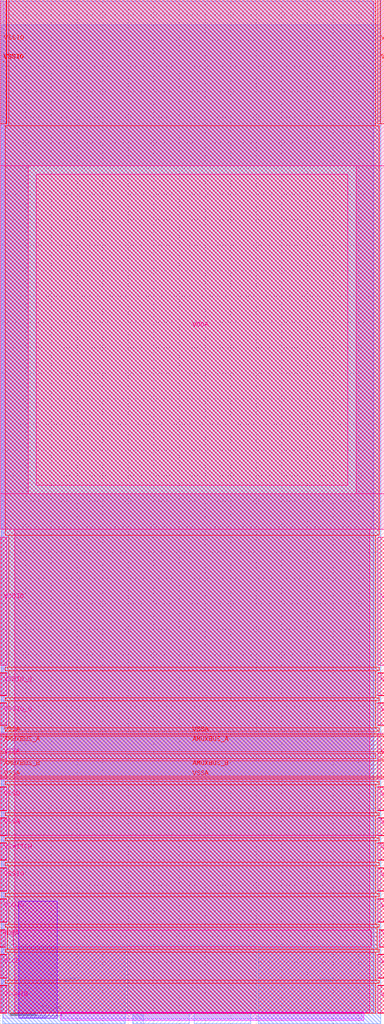
<source format=lef>
VERSION 5.7 ;
  NOWIREEXTENSIONATPIN ON ;
  DIVIDERCHAR "/" ;
  BUSBITCHARS "[]" ;
MACRO sky130_ef_io__vdda_hvc_clamped_pad
  CLASS PAD POWER ;
  FOREIGN sky130_ef_io__vdda_hvc_clamped_pad ;
  ORIGIN 0.000 0.000 ;
  SIZE 75.000 BY 197.965 ;
  PIN AMUXBUS_A
    DIRECTION INOUT ;
    USE SIGNAL ;
    PORT
      LAYER met4 ;
        RECT 0.000 51.090 75.000 54.070 ;
    END
    PORT
      LAYER met4 ;
        RECT 0.000 51.090 1.270 54.070 ;
    END
  END AMUXBUS_A
  PIN AMUXBUS_B
    DIRECTION INOUT ;
    USE SIGNAL ;
    PORT
      LAYER met4 ;
        RECT 0.000 46.330 75.000 49.310 ;
    END
    PORT
      LAYER met4 ;
        RECT 0.000 46.330 1.270 49.310 ;
    END
  END AMUXBUS_B
  PIN VSSA
    DIRECTION INOUT ;
    USE GROUND ;
    PORT
      LAYER met5 ;
        RECT 73.730 45.700 75.000 54.700 ;
    END
    PORT
      LAYER met5 ;
        RECT 73.730 34.805 75.000 38.050 ;
    END
    PORT
      LAYER met5 ;
        RECT 0.000 45.700 1.270 54.700 ;
    END
    PORT
      LAYER met5 ;
        RECT 0.000 34.805 1.270 38.050 ;
    END
    PORT
      LAYER met4 ;
        RECT 73.730 49.610 75.000 50.790 ;
    END
    PORT
      LAYER met4 ;
        RECT 0.000 54.370 75.000 54.700 ;
    END
    PORT
      LAYER met4 ;
        RECT 0.000 45.700 75.000 46.030 ;
    END
    PORT
      LAYER met4 ;
        RECT 73.730 34.700 75.000 38.150 ;
    END
    PORT
      LAYER met4 ;
        RECT 0.000 45.700 1.270 46.030 ;
    END
    PORT
      LAYER met4 ;
        RECT 0.000 49.610 1.270 50.790 ;
    END
    PORT
      LAYER met4 ;
        RECT 0.000 54.370 1.270 54.700 ;
    END
    PORT
      LAYER met4 ;
        RECT 0.000 34.700 1.270 38.150 ;
    END
  END VSSA
  PIN VDDA
    DIRECTION INOUT ;
    USE POWER ;
    PORT
      LAYER met5 ;
        RECT 7.050 103.085 67.890 163.910 ;
    END
    PORT
      LAYER met3 ;
        RECT 50.390 -2.035 74.290 12.925 ;
    END
    PORT
      LAYER met3 ;
        RECT 0.495 -2.035 24.395 12.925 ;
    END
    PORT
      LAYER met5 ;
        RECT 74.035 13.000 75.000 16.250 ;
    END
    PORT
      LAYER met5 ;
        RECT 0.000 13.000 0.965 16.250 ;
    END
    PORT
      LAYER met4 ;
        RECT 74.035 12.900 75.000 16.350 ;
    END
    PORT
      LAYER met4 ;
        RECT 0.000 12.900 0.965 16.350 ;
    END
  END VDDA
  PIN VSWITCH
    DIRECTION INOUT ;
    USE POWER ;
    PORT
      LAYER met5 ;
        RECT 73.730 29.950 75.000 33.200 ;
    END
    PORT
      LAYER met5 ;
        RECT 0.000 29.950 1.270 33.200 ;
    END
    PORT
      LAYER met4 ;
        RECT 73.730 29.850 75.000 33.300 ;
    END
    PORT
      LAYER met4 ;
        RECT 0.000 29.850 1.270 33.300 ;
    END
  END VSWITCH
  PIN VDDIO_Q
    DIRECTION INOUT ;
    USE POWER ;
    PORT
      LAYER met5 ;
        RECT 73.730 62.150 75.000 66.400 ;
    END
    PORT
      LAYER met5 ;
        RECT 0.000 62.150 1.270 66.400 ;
    END
    PORT
      LAYER met4 ;
        RECT 73.730 62.050 75.000 66.500 ;
    END
    PORT
      LAYER met4 ;
        RECT 0.000 62.050 1.270 66.500 ;
    END
  END VDDIO_Q
  PIN VCCHIB
    DIRECTION INOUT ;
    USE POWER ;
    PORT
      LAYER met5 ;
        RECT 73.730 0.100 75.000 5.350 ;
    END
    PORT
      LAYER met5 ;
        RECT 0.000 0.100 1.270 5.350 ;
    END
    PORT
      LAYER met4 ;
        RECT 73.730 0.000 75.000 5.450 ;
    END
    PORT
      LAYER met4 ;
        RECT 0.000 0.000 1.270 5.450 ;
    END
  END VCCHIB
  PIN VDDIO
    DIRECTION INOUT ;
    USE POWER ;
    PORT
      LAYER met5 ;
        RECT 73.730 68.000 75.000 92.950 ;
    END
    PORT
      LAYER met5 ;
        RECT 73.730 17.850 75.000 22.300 ;
    END
    PORT
      LAYER met5 ;
        RECT 0.000 68.000 1.270 92.950 ;
    END
    PORT
      LAYER met5 ;
        RECT 0.000 17.850 1.270 22.300 ;
    END
    PORT
      LAYER met4 ;
        RECT 73.730 17.750 75.000 22.400 ;
    END
    PORT
      LAYER met4 ;
        RECT 73.730 68.000 75.000 92.965 ;
    END
    PORT
      LAYER met4 ;
        RECT 0.000 17.750 1.270 22.400 ;
    END
    PORT
      LAYER met4 ;
        RECT 0.000 68.000 1.270 92.965 ;
    END
  END VDDIO
  PIN VCCD
    DIRECTION INOUT ;
    USE POWER ;
    PORT
      LAYER met5 ;
        RECT 73.730 6.950 75.000 11.400 ;
    END
    PORT
      LAYER met5 ;
        RECT 0.000 6.950 1.270 11.400 ;
    END
    PORT
      LAYER met4 ;
        RECT 73.730 6.850 75.000 11.500 ;
    END
    PORT
      LAYER met4 ;
        RECT 0.000 6.850 1.270 11.500 ;
    END
  END VCCD
  PIN VSSIO
    DIRECTION INOUT ;
    USE GROUND ;
    PORT
      LAYER met4 ;
        RECT 74.225 173.750 75.000 197.965 ;
    END
    PORT
      LAYER met4 ;
        RECT 0.000 173.750 1.205 197.965 ;
    END
    PORT
      LAYER met4 ;
        RECT 0.630 189.565 0.640 189.575 ;
    END
    PORT
      LAYER met4 ;
        RECT 74.360 189.565 74.370 189.575 ;
    END
    PORT
      LAYER met5 ;
        RECT 73.730 23.900 75.000 28.350 ;
    END
    PORT
      LAYER met5 ;
        RECT 0.000 23.900 1.270 28.350 ;
    END
    PORT
      LAYER met4 ;
        RECT 73.730 23.800 75.000 28.450 ;
    END
    PORT
      LAYER met4 ;
        RECT 73.730 173.750 75.000 197.965 ;
    END
    PORT
      LAYER met4 ;
        RECT 0.000 173.750 1.270 197.965 ;
    END
    PORT
      LAYER met4 ;
        RECT 0.000 23.800 1.270 28.450 ;
    END
  END VSSIO
  PIN VSSD
    DIRECTION INOUT ;
    USE GROUND ;
    PORT
      LAYER met5 ;
        RECT 73.730 39.650 75.000 44.100 ;
    END
    PORT
      LAYER met5 ;
        RECT 0.000 39.650 1.270 44.100 ;
    END
    PORT
      LAYER met4 ;
        RECT 73.730 39.550 75.000 44.200 ;
    END
    PORT
      LAYER met4 ;
        RECT 0.000 39.550 1.270 44.200 ;
    END
  END VSSD
  PIN VSSIO_Q
    DIRECTION INOUT ;
    USE GROUND ;
    PORT
      LAYER met5 ;
        RECT 73.730 56.300 75.000 60.550 ;
    END
    PORT
      LAYER met5 ;
        RECT 0.000 56.300 1.270 60.550 ;
    END
    PORT
      LAYER met4 ;
        RECT 73.730 56.200 75.000 60.650 ;
    END
    PORT
      LAYER met4 ;
        RECT 0.000 56.200 1.270 60.650 ;
    END
  END VSSIO_Q
  OBS
      LAYER pwell ;
        RECT 3.625 -0.970 11.155 21.885 ;
      LAYER nwell ;
        RECT 11.860 -1.350 70.965 0.170 ;
      LAYER li1 ;
        RECT 0.610 0.000 72.855 197.660 ;
        RECT 0.610 -0.970 11.155 0.000 ;
        RECT 12.035 -0.115 13.045 0.000 ;
        RECT 69.730 -0.115 70.680 0.000 ;
        RECT 12.035 -1.065 70.680 -0.115 ;
      LAYER met1 ;
        RECT 0.185 0.000 72.915 197.690 ;
        RECT 3.625 -0.905 8.855 0.000 ;
        RECT 12.035 -0.115 13.350 0.000 ;
        POLYGON 13.350 0.000 13.465 -0.115 13.350 -0.115 ;
        POLYGON 69.540 0.000 69.540 -0.115 69.425 -0.115 ;
        RECT 69.540 -0.115 70.680 0.000 ;
        RECT 12.035 -1.065 70.680 -0.115 ;
      LAYER met2 ;
        RECT 0.265 0.000 74.290 193.040 ;
        RECT 0.495 -2.035 24.395 0.000 ;
        RECT 25.895 -2.035 27.895 -0.115 ;
        RECT 50.390 -2.035 74.290 0.000 ;
      LAYER met3 ;
        RECT 0.240 13.325 74.290 197.965 ;
        RECT 24.795 0.000 49.990 13.325 ;
        RECT 25.895 -2.035 36.895 0.000 ;
        RECT 37.890 -2.035 48.890 0.000 ;
      LAYER met4 ;
        RECT 1.670 173.350 73.330 197.965 ;
        RECT 0.965 93.365 74.035 173.350 ;
        RECT 1.670 67.600 73.330 93.365 ;
        RECT 0.965 66.900 74.035 67.600 ;
        RECT 1.670 61.650 73.330 66.900 ;
        RECT 0.965 61.050 74.035 61.650 ;
        RECT 1.670 55.800 73.330 61.050 ;
        RECT 0.965 55.100 74.035 55.800 ;
        RECT 1.670 49.710 73.330 50.690 ;
        RECT 0.965 44.600 74.035 45.300 ;
        RECT 1.670 39.150 73.330 44.600 ;
        RECT 0.965 38.550 74.035 39.150 ;
        RECT 1.670 34.300 73.330 38.550 ;
        RECT 0.965 33.700 74.035 34.300 ;
        RECT 1.670 29.450 73.330 33.700 ;
        RECT 0.965 28.850 74.035 29.450 ;
        RECT 1.670 23.400 73.330 28.850 ;
        RECT 0.965 22.800 74.035 23.400 ;
        RECT 1.670 17.350 73.330 22.800 ;
        RECT 0.965 16.750 74.035 17.350 ;
        RECT 1.365 12.500 73.635 16.750 ;
        RECT 0.965 11.900 74.035 12.500 ;
        RECT 1.670 6.450 73.330 11.900 ;
        RECT 0.965 5.850 74.035 6.450 ;
        RECT 1.670 0.000 73.330 5.850 ;
      LAYER met5 ;
        RECT 0.000 165.510 75.000 197.965 ;
        RECT 0.000 101.485 5.450 165.510 ;
        RECT 69.490 101.485 75.000 165.510 ;
        RECT 0.000 94.550 75.000 101.485 ;
        RECT 2.870 34.805 72.130 94.550 ;
        RECT 0.000 34.800 75.000 34.805 ;
        RECT 2.870 16.250 72.130 34.800 ;
        RECT 2.565 13.000 72.435 16.250 ;
        RECT 2.870 0.100 72.130 13.000 ;
  END
END sky130_ef_io__vdda_hvc_clamped_pad
END LIBRARY


</source>
